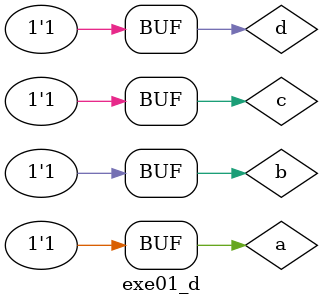
<source format=v>
/** 
Preparacao 01 - d 
Aluna: Izadora Galarza Alves
*/

module PoS (output s,
input a, 
input b,
input c,
input d);

assign s = (a | c)
          & (c | ~d )
          & (~a | b)
          & (b | ~d);

endmodule 

module exe01_d;

reg a,b,c,d;
wire s;

PoS POS1 (s,a,b,c,d);

initial 
begin: start

a= 1'bx; b= 1'bx; c= 1'bx; d= 1'bx;
end

initial 
begin: main

$display("Exercicio 1 - d - Izadora Galarza Alves");
$display ("(a+c) . (c+d') . (a'+ b) . (b+ d')");
$display( "a   b   c   d   s");
$monitor("%2b %2b %2b %2b = %2b", a,b,c,d,s);

#1 a=0; b=0; c=0; d=0;
#1 a=0; b=0; c=0; d=1;
#1 a=0; b=0; c=1; d=0;
#1 a=0; b=0; c=1; d=1;
#1 a=0; b=1; c=0; d=0;
#1 a=0; b=1; c=0; d=1;
#1 a=0; b=1; c=1; d=0;
#1 a=0; b=1; c=1; d=1;
#1 a=1; b=0; c=0; d=0;
#1 a=1; b=0; c=0; d=1;
#1 a=1; b=0; c=1; d=0;
#1 a=1; b=0; c=1; d=1;
#1 a=1; b=1; c=0; d=0;
#1 a=1; b=1; c=0; d=1;
#1 a=1; b=1; c=1; d=0;
#1 a=1; b=1; c=1; d=1;

end
endmodule
</source>
